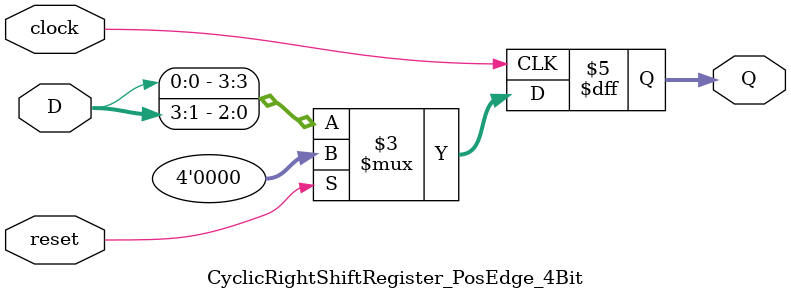
<source format=v>
module CyclicRightShiftRegister_PosEdge_4Bit (clock, reset, D, Q);
    input clock;
    input reset;
    input [3:0] D;
    output reg [3:0] Q;

    always @(posedge clock)
    begin
        if (reset)
            Q <= 4'b0000;
        else
            Q <= {D[0], D[3:1]};        
    end
endmodule

</source>
